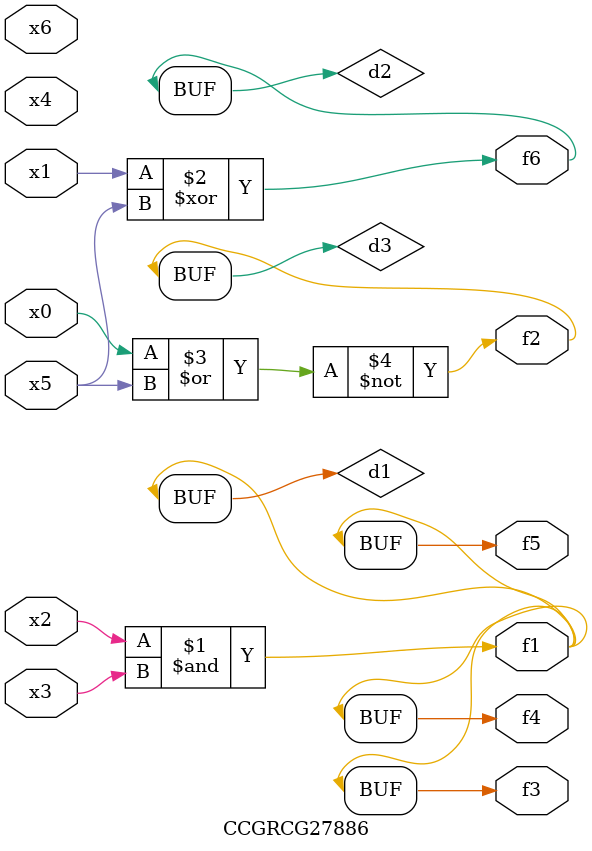
<source format=v>
module CCGRCG27886(
	input x0, x1, x2, x3, x4, x5, x6,
	output f1, f2, f3, f4, f5, f6
);

	wire d1, d2, d3;

	and (d1, x2, x3);
	xor (d2, x1, x5);
	nor (d3, x0, x5);
	assign f1 = d1;
	assign f2 = d3;
	assign f3 = d1;
	assign f4 = d1;
	assign f5 = d1;
	assign f6 = d2;
endmodule

</source>
